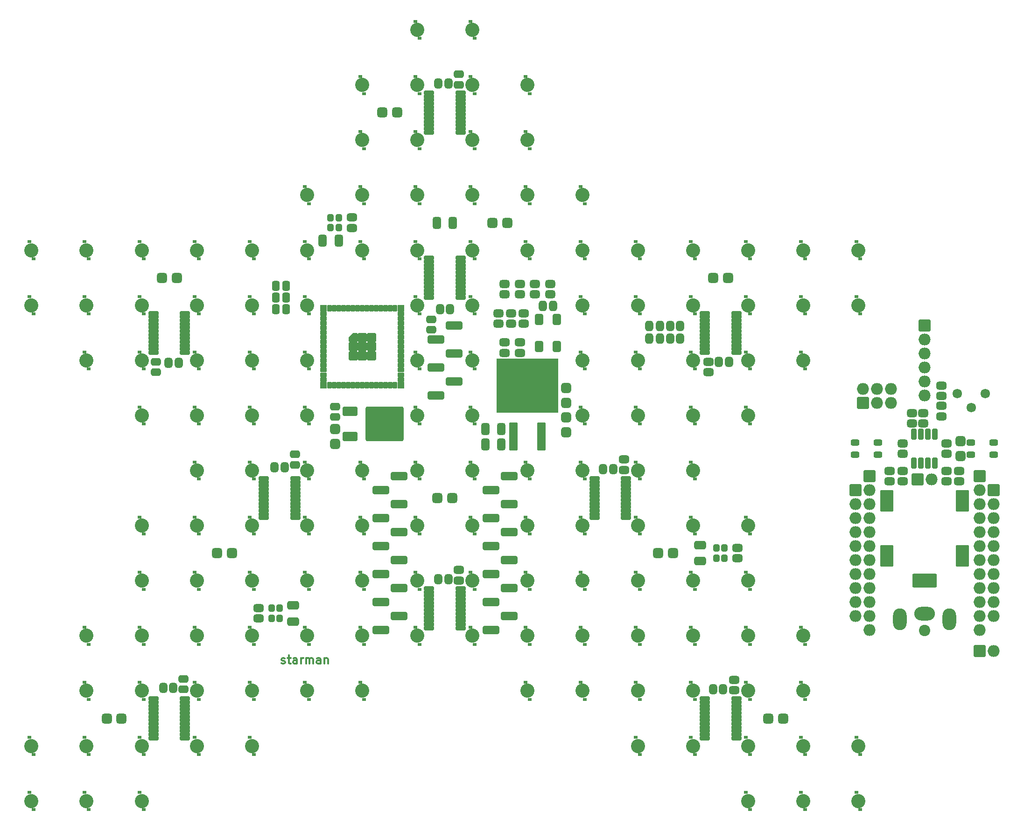
<source format=gbr>
%TF.GenerationSoftware,KiCad,Pcbnew,(6.0.7-1)-1*%
%TF.CreationDate,2022-10-07T15:09:28-06:00*%
%TF.ProjectId,starman,73746172-6d61-46e2-9e6b-696361645f70,rev?*%
%TF.SameCoordinates,Original*%
%TF.FileFunction,Soldermask,Top*%
%TF.FilePolarity,Negative*%
%FSLAX46Y46*%
G04 Gerber Fmt 4.6, Leading zero omitted, Abs format (unit mm)*
G04 Created by KiCad (PCBNEW (6.0.7-1)-1) date 2022-10-07 15:09:28*
%MOMM*%
%LPD*%
G01*
G04 APERTURE LIST*
G04 Aperture macros list*
%AMRoundRect*
0 Rectangle with rounded corners*
0 $1 Rounding radius*
0 $2 $3 $4 $5 $6 $7 $8 $9 X,Y pos of 4 corners*
0 Add a 4 corners polygon primitive as box body*
4,1,4,$2,$3,$4,$5,$6,$7,$8,$9,$2,$3,0*
0 Add four circle primitives for the rounded corners*
1,1,$1+$1,$2,$3*
1,1,$1+$1,$4,$5*
1,1,$1+$1,$6,$7*
1,1,$1+$1,$8,$9*
0 Add four rect primitives between the rounded corners*
20,1,$1+$1,$2,$3,$4,$5,0*
20,1,$1+$1,$4,$5,$6,$7,0*
20,1,$1+$1,$6,$7,$8,$9,0*
20,1,$1+$1,$8,$9,$2,$3,0*%
%AMFreePoly0*
4,1,22,0.693549,0.810115,0.770923,0.753900,0.818743,0.671074,0.830000,0.600000,0.830000,-0.600000,0.810115,-0.693549,0.753900,-0.770923,0.671074,-0.818743,0.600000,-0.830000,-0.600000,-0.830000,-0.693549,-0.810115,-0.770923,-0.753900,-0.818743,-0.671074,-0.830000,-0.600000,-0.830000,0.000000,-0.810115,0.093549,-0.762635,0.162635,-0.162635,0.762635,-0.082425,0.814723,0.000000,0.830000,
0.600000,0.830000,0.693549,0.810115,0.693549,0.810115,$1*%
G04 Aperture macros list end*
%ADD10C,0.300000*%
%ADD11RoundRect,0.473750X-0.243750X-0.456250X0.243750X-0.456250X0.243750X0.456250X-0.243750X0.456250X0*%
%ADD12RoundRect,0.473750X0.456250X-0.243750X0.456250X0.243750X-0.456250X0.243750X-0.456250X-0.243750X0*%
%ADD13RoundRect,0.480000X0.425000X-0.450000X0.425000X0.450000X-0.425000X0.450000X-0.425000X-0.450000X0*%
%ADD14RoundRect,0.480000X-0.425000X0.450000X-0.425000X-0.450000X0.425000X-0.450000X0.425000X0.450000X0*%
%ADD15R,0.800000X0.600000*%
%ADD16C,2.560000*%
%ADD17RoundRect,0.330000X-0.637500X-0.100000X0.637500X-0.100000X0.637500X0.100000X-0.637500X0.100000X0*%
%ADD18RoundRect,0.330000X0.637500X0.100000X-0.637500X0.100000X-0.637500X-0.100000X0.637500X-0.100000X0*%
%ADD19RoundRect,0.480000X0.475000X-0.250000X0.475000X0.250000X-0.475000X0.250000X-0.475000X-0.250000X0*%
%ADD20RoundRect,0.230000X0.400000X-0.200000X0.400000X0.200000X-0.400000X0.200000X-0.400000X-0.200000X0*%
%ADD21RoundRect,0.230000X-0.200000X-0.400000X0.200000X-0.400000X0.200000X0.400000X-0.200000X0.400000X0*%
%ADD22RoundRect,0.230000X-0.600000X-0.600000X0.600000X-0.600000X0.600000X0.600000X-0.600000X0.600000X0*%
%ADD23RoundRect,0.230000X0.400000X0.400000X-0.400000X0.400000X-0.400000X-0.400000X0.400000X-0.400000X0*%
%ADD24FreePoly0,0.000000*%
%ADD25RoundRect,0.230000X-1.255000X-0.500000X1.255000X-0.500000X1.255000X0.500000X-1.255000X0.500000X0*%
%ADD26RoundRect,0.473750X-0.456250X0.243750X-0.456250X-0.243750X0.456250X-0.243750X0.456250X0.243750X0*%
%ADD27RoundRect,0.480000X0.450000X0.425000X-0.450000X0.425000X-0.450000X-0.425000X0.450000X-0.425000X0*%
%ADD28RoundRect,0.430000X0.200000X0.250000X-0.200000X0.250000X-0.200000X-0.250000X0.200000X-0.250000X0*%
%ADD29RoundRect,0.480000X-0.450000X-0.425000X0.450000X-0.425000X0.450000X0.425000X-0.450000X0.425000X0*%
%ADD30C,1.720000*%
%ADD31RoundRect,0.480000X0.450000X-0.262500X0.450000X0.262500X-0.450000X0.262500X-0.450000X-0.262500X0*%
%ADD32RoundRect,0.480000X-0.262500X-0.450000X0.262500X-0.450000X0.262500X0.450000X-0.262500X0.450000X0*%
%ADD33RoundRect,0.480000X0.262500X0.450000X-0.262500X0.450000X-0.262500X-0.450000X0.262500X-0.450000X0*%
%ADD34RoundRect,0.380000X-0.150000X0.675000X-0.150000X-0.675000X0.150000X-0.675000X0.150000X0.675000X0*%
%ADD35RoundRect,0.480000X-0.625000X0.312500X-0.625000X-0.312500X0.625000X-0.312500X0.625000X0.312500X0*%
%ADD36RoundRect,0.480000X-0.475000X0.250000X-0.475000X-0.250000X0.475000X-0.250000X0.475000X0.250000X0*%
%ADD37RoundRect,0.480000X-0.250000X-0.475000X0.250000X-0.475000X0.250000X0.475000X-0.250000X0.475000X0*%
%ADD38RoundRect,0.230000X0.850000X0.850000X-0.850000X0.850000X-0.850000X-0.850000X0.850000X-0.850000X0*%
%ADD39O,2.160000X2.160000*%
%ADD40RoundRect,0.480000X0.250000X0.475000X-0.250000X0.475000X-0.250000X-0.475000X0.250000X-0.475000X0*%
%ADD41RoundRect,0.480000X-0.450000X0.262500X-0.450000X-0.262500X0.450000X-0.262500X0.450000X0.262500X0*%
%ADD42RoundRect,0.430000X-0.200000X-0.250000X0.200000X-0.250000X0.200000X0.250000X-0.200000X0.250000X0*%
%ADD43RoundRect,0.230000X0.525000X0.325000X-0.525000X0.325000X-0.525000X-0.325000X0.525000X-0.325000X0*%
%ADD44RoundRect,0.230000X-1.100000X-0.600000X1.100000X-0.600000X1.100000X0.600000X-1.100000X0.600000X0*%
%ADD45RoundRect,0.230000X-3.200000X-2.900000X3.200000X-2.900000X3.200000X2.900000X-3.200000X2.900000X0*%
%ADD46RoundRect,0.230000X0.850000X-0.850000X0.850000X0.850000X-0.850000X0.850000X-0.850000X-0.850000X0*%
%ADD47C,2.060000*%
%ADD48RoundRect,0.230000X-2.000000X-1.000000X2.000000X-1.000000X2.000000X1.000000X-2.000000X1.000000X0*%
%ADD49O,3.760000X2.460000*%
%ADD50O,2.460000X3.960000*%
%ADD51RoundRect,0.230000X-0.850000X-0.850000X0.850000X-0.850000X0.850000X0.850000X-0.850000X0.850000X0*%
%ADD52RoundRect,0.230000X0.950000X1.750000X-0.950000X1.750000X-0.950000X-1.750000X0.950000X-1.750000X0*%
%ADD53RoundRect,0.480000X0.312500X0.625000X-0.312500X0.625000X-0.312500X-0.625000X0.312500X-0.625000X0*%
%ADD54RoundRect,0.230000X0.550000X-2.300000X0.550000X2.300000X-0.550000X2.300000X-0.550000X-2.300000X0*%
%ADD55RoundRect,0.230000X5.400000X-4.700000X5.400000X4.700000X-5.400000X4.700000X-5.400000X-4.700000X0*%
%ADD56RoundRect,0.480000X0.625000X-0.312500X0.625000X0.312500X-0.625000X0.312500X-0.625000X-0.312500X0*%
%ADD57RoundRect,0.230000X-0.525000X-0.325000X0.525000X-0.325000X0.525000X0.325000X-0.525000X0.325000X0*%
%ADD58RoundRect,0.480000X-0.312500X-0.625000X0.312500X-0.625000X0.312500X0.625000X-0.312500X0.625000X0*%
%ADD59RoundRect,0.230000X-0.500000X0.750000X-0.500000X-0.750000X0.500000X-0.750000X0.500000X0.750000X0*%
G04 APERTURE END LIST*
D10*
X80380714Y-149982142D02*
X80523571Y-150053571D01*
X80809285Y-150053571D01*
X80952142Y-149982142D01*
X81023571Y-149839285D01*
X81023571Y-149767857D01*
X80952142Y-149625000D01*
X80809285Y-149553571D01*
X80595000Y-149553571D01*
X80452142Y-149482142D01*
X80380714Y-149339285D01*
X80380714Y-149267857D01*
X80452142Y-149125000D01*
X80595000Y-149053571D01*
X80809285Y-149053571D01*
X80952142Y-149125000D01*
X81452142Y-149053571D02*
X82023571Y-149053571D01*
X81666428Y-148553571D02*
X81666428Y-149839285D01*
X81737857Y-149982142D01*
X81880714Y-150053571D01*
X82023571Y-150053571D01*
X83166428Y-150053571D02*
X83166428Y-149267857D01*
X83095000Y-149125000D01*
X82952142Y-149053571D01*
X82666428Y-149053571D01*
X82523571Y-149125000D01*
X83166428Y-149982142D02*
X83023571Y-150053571D01*
X82666428Y-150053571D01*
X82523571Y-149982142D01*
X82452142Y-149839285D01*
X82452142Y-149696428D01*
X82523571Y-149553571D01*
X82666428Y-149482142D01*
X83023571Y-149482142D01*
X83166428Y-149410714D01*
X83880714Y-150053571D02*
X83880714Y-149053571D01*
X83880714Y-149339285D02*
X83952142Y-149196428D01*
X84023571Y-149125000D01*
X84166428Y-149053571D01*
X84309285Y-149053571D01*
X84809285Y-150053571D02*
X84809285Y-149053571D01*
X84809285Y-149196428D02*
X84880714Y-149125000D01*
X85023571Y-149053571D01*
X85237857Y-149053571D01*
X85380714Y-149125000D01*
X85452142Y-149267857D01*
X85452142Y-150053571D01*
X85452142Y-149267857D02*
X85523571Y-149125000D01*
X85666428Y-149053571D01*
X85880714Y-149053571D01*
X86023571Y-149125000D01*
X86095000Y-149267857D01*
X86095000Y-150053571D01*
X87452142Y-150053571D02*
X87452142Y-149267857D01*
X87380714Y-149125000D01*
X87237857Y-149053571D01*
X86952142Y-149053571D01*
X86809285Y-149125000D01*
X87452142Y-149982142D02*
X87309285Y-150053571D01*
X86952142Y-150053571D01*
X86809285Y-149982142D01*
X86737857Y-149839285D01*
X86737857Y-149696428D01*
X86809285Y-149553571D01*
X86952142Y-149482142D01*
X87309285Y-149482142D01*
X87452142Y-149410714D01*
X88166428Y-149053571D02*
X88166428Y-150053571D01*
X88166428Y-149196428D02*
X88237857Y-149125000D01*
X88380714Y-149053571D01*
X88595000Y-149053571D01*
X88737857Y-149125000D01*
X88809285Y-149267857D01*
X88809285Y-150053571D01*
D11*
%TO.C,C2*%
X79337500Y-83600000D03*
X81212500Y-83600000D03*
%TD*%
%TO.C,C3*%
X79337500Y-85700000D03*
X81212500Y-85700000D03*
%TD*%
D12*
%TO.C,C4*%
X90100000Y-105275000D03*
X90100000Y-103400000D03*
%TD*%
D13*
%TO.C,C5*%
X90100000Y-110200000D03*
X90100000Y-107500000D03*
%TD*%
%TO.C,C6*%
X132000000Y-108075000D03*
X132000000Y-105375000D03*
%TD*%
D14*
%TO.C,C7*%
X132000000Y-100050000D03*
X132000000Y-102750000D03*
%TD*%
D15*
%TO.C,D1*%
X104625000Y-33450000D03*
X105375000Y-36550000D03*
D16*
X105000000Y-35000000D03*
%TD*%
D15*
%TO.C,D2*%
X114625000Y-33450000D03*
D16*
X115000000Y-35000000D03*
D15*
X115375000Y-36550000D03*
%TD*%
D16*
%TO.C,D3*%
X95000000Y-45000000D03*
D15*
X94625000Y-43450000D03*
X95375000Y-46550000D03*
%TD*%
%TO.C,D4*%
X104625000Y-43450000D03*
D16*
X105000000Y-45000000D03*
D15*
X105375000Y-46550000D03*
%TD*%
%TO.C,D5*%
X114625000Y-43450000D03*
X115375000Y-46550000D03*
D16*
X115000000Y-45000000D03*
%TD*%
D15*
%TO.C,D6*%
X125375000Y-46550000D03*
D16*
X125000000Y-45000000D03*
D15*
X124625000Y-43450000D03*
%TD*%
D16*
%TO.C,D8*%
X105000000Y-55000000D03*
D15*
X104625000Y-53450000D03*
X105375000Y-56550000D03*
%TD*%
%TO.C,D9*%
X114625000Y-53450000D03*
D16*
X115000000Y-55000000D03*
D15*
X115375000Y-56550000D03*
%TD*%
%TO.C,D10*%
X124625000Y-53450000D03*
D16*
X125000000Y-55000000D03*
D15*
X125375000Y-56550000D03*
%TD*%
%TO.C,D11*%
X85375000Y-66550000D03*
X84625000Y-63450000D03*
D16*
X85000000Y-65000000D03*
%TD*%
D15*
%TO.C,D12*%
X94625000Y-63450000D03*
X95375000Y-66550000D03*
D16*
X95000000Y-65000000D03*
%TD*%
D15*
%TO.C,D14*%
X114625000Y-63450000D03*
X115375000Y-66550000D03*
D16*
X115000000Y-65000000D03*
%TD*%
D15*
%TO.C,D15*%
X125375000Y-66550000D03*
D16*
X125000000Y-65000000D03*
D15*
X124625000Y-63450000D03*
%TD*%
D16*
%TO.C,D16*%
X135000000Y-65000000D03*
D15*
X134625000Y-63450000D03*
X135375000Y-66550000D03*
%TD*%
%TO.C,D17*%
X34625000Y-73450000D03*
D16*
X35000000Y-75000000D03*
D15*
X35375000Y-76550000D03*
%TD*%
D16*
%TO.C,D18*%
X45000000Y-75000000D03*
D15*
X45375000Y-76550000D03*
X44625000Y-73450000D03*
%TD*%
D16*
%TO.C,D19*%
X55000000Y-75000000D03*
D15*
X55375000Y-76550000D03*
X54625000Y-73450000D03*
%TD*%
D16*
%TO.C,D20*%
X65000000Y-75000000D03*
D15*
X64625000Y-73450000D03*
X65375000Y-76550000D03*
%TD*%
%TO.C,D21*%
X75375000Y-76550000D03*
D16*
X75000000Y-75000000D03*
D15*
X74625000Y-73450000D03*
%TD*%
%TO.C,D22*%
X84625000Y-73450000D03*
X85375000Y-76550000D03*
D16*
X85000000Y-75000000D03*
%TD*%
D15*
%TO.C,D23*%
X94625000Y-73450000D03*
D16*
X95000000Y-75000000D03*
D15*
X95375000Y-76550000D03*
%TD*%
%TO.C,D25*%
X115375000Y-76550000D03*
D16*
X115000000Y-75000000D03*
D15*
X114625000Y-73450000D03*
%TD*%
%TO.C,D26*%
X124625000Y-73450000D03*
X125375000Y-76550000D03*
D16*
X125000000Y-75000000D03*
%TD*%
D15*
%TO.C,D27*%
X135375000Y-76550000D03*
X134625000Y-73450000D03*
D16*
X135000000Y-75000000D03*
%TD*%
%TO.C,D28*%
X145000000Y-75000000D03*
D15*
X144625000Y-73450000D03*
X145375000Y-76550000D03*
%TD*%
D16*
%TO.C,D29*%
X155000000Y-75000000D03*
D15*
X155375000Y-76550000D03*
X154625000Y-73450000D03*
%TD*%
D16*
%TO.C,D30*%
X165000000Y-75000000D03*
D15*
X164625000Y-73450000D03*
X165375000Y-76550000D03*
%TD*%
%TO.C,D31*%
X175375000Y-76550000D03*
D16*
X175000000Y-75000000D03*
D15*
X174625000Y-73450000D03*
%TD*%
%TO.C,D32*%
X185375000Y-76550000D03*
D16*
X185000000Y-75000000D03*
D15*
X184625000Y-73450000D03*
%TD*%
%TO.C,D33*%
X34625000Y-83450000D03*
D16*
X35000000Y-85000000D03*
D15*
X35375000Y-86550000D03*
%TD*%
D16*
%TO.C,D34*%
X45000000Y-85000000D03*
D15*
X45375000Y-86550000D03*
X44625000Y-83450000D03*
%TD*%
%TO.C,D36*%
X64625000Y-83450000D03*
D16*
X65000000Y-85000000D03*
D15*
X65375000Y-86550000D03*
%TD*%
%TO.C,D37*%
X74625000Y-83450000D03*
D16*
X75000000Y-85000000D03*
D15*
X75375000Y-86550000D03*
%TD*%
%TO.C,D39*%
X105375000Y-86550000D03*
X104625000Y-83450000D03*
D16*
X105000000Y-85000000D03*
%TD*%
D15*
%TO.C,D40*%
X114625000Y-83450000D03*
X115375000Y-86550000D03*
D16*
X115000000Y-85000000D03*
%TD*%
D15*
%TO.C,D41*%
X134625000Y-83450000D03*
X135375000Y-86550000D03*
D16*
X135000000Y-85000000D03*
%TD*%
D15*
%TO.C,D42*%
X144625000Y-83450000D03*
X145375000Y-86550000D03*
D16*
X145000000Y-85000000D03*
%TD*%
%TO.C,D43*%
X155000000Y-85000000D03*
D15*
X154625000Y-83450000D03*
X155375000Y-86550000D03*
%TD*%
D16*
%TO.C,D44*%
X165000000Y-85000000D03*
D15*
X165375000Y-86550000D03*
X164625000Y-83450000D03*
%TD*%
%TO.C,D45*%
X175375000Y-86550000D03*
D16*
X175000000Y-85000000D03*
D15*
X174625000Y-83450000D03*
%TD*%
%TO.C,D46*%
X184625000Y-83450000D03*
D16*
X185000000Y-85000000D03*
D15*
X185375000Y-86550000D03*
%TD*%
%TO.C,D47*%
X44625000Y-93450000D03*
X45375000Y-96550000D03*
D16*
X45000000Y-95000000D03*
%TD*%
D15*
%TO.C,D48*%
X54625000Y-93450000D03*
X55375000Y-96550000D03*
D16*
X55000000Y-95000000D03*
%TD*%
%TO.C,D49*%
X65000000Y-95000000D03*
D15*
X64625000Y-93450000D03*
X65375000Y-96550000D03*
%TD*%
%TO.C,D50*%
X75375000Y-96550000D03*
X74625000Y-93450000D03*
D16*
X75000000Y-95000000D03*
%TD*%
D15*
%TO.C,D51*%
X84625000Y-93450000D03*
D16*
X85000000Y-95000000D03*
D15*
X85375000Y-96550000D03*
%TD*%
D16*
%TO.C,D52*%
X105000000Y-95000000D03*
D15*
X104625000Y-93450000D03*
X105375000Y-96550000D03*
%TD*%
%TO.C,D53*%
X114625000Y-93450000D03*
D16*
X115000000Y-95000000D03*
D15*
X115375000Y-96550000D03*
%TD*%
D16*
%TO.C,D54*%
X135000000Y-95000000D03*
D15*
X135375000Y-96550000D03*
X134625000Y-93450000D03*
%TD*%
D16*
%TO.C,D55*%
X145000000Y-95000000D03*
D15*
X145375000Y-96550000D03*
X144625000Y-93450000D03*
%TD*%
D16*
%TO.C,D56*%
X155000000Y-95000000D03*
D15*
X155375000Y-96550000D03*
X154625000Y-93450000D03*
%TD*%
%TO.C,D57*%
X165375000Y-96550000D03*
D16*
X165000000Y-95000000D03*
D15*
X164625000Y-93450000D03*
%TD*%
%TO.C,D58*%
X174625000Y-93450000D03*
X175375000Y-96550000D03*
D16*
X175000000Y-95000000D03*
%TD*%
%TO.C,D59*%
X55000000Y-105000000D03*
D15*
X54625000Y-103450000D03*
X55375000Y-106550000D03*
%TD*%
D16*
%TO.C,D60*%
X65000000Y-105000000D03*
D15*
X65375000Y-106550000D03*
X64625000Y-103450000D03*
%TD*%
%TO.C,D61*%
X74625000Y-103450000D03*
D16*
X75000000Y-105000000D03*
D15*
X75375000Y-106550000D03*
%TD*%
%TO.C,D62*%
X84625000Y-103450000D03*
D16*
X85000000Y-105000000D03*
D15*
X85375000Y-106550000D03*
%TD*%
%TO.C,D64*%
X114625000Y-103450000D03*
D16*
X115000000Y-105000000D03*
D15*
X115375000Y-106550000D03*
%TD*%
%TO.C,D65*%
X134625000Y-103450000D03*
D16*
X135000000Y-105000000D03*
D15*
X135375000Y-106550000D03*
%TD*%
%TO.C,D69*%
X65375000Y-116550000D03*
X64625000Y-113450000D03*
D16*
X65000000Y-115000000D03*
%TD*%
D15*
%TO.C,D70*%
X74625000Y-113450000D03*
X75375000Y-116550000D03*
D16*
X75000000Y-115000000D03*
%TD*%
D15*
%TO.C,D71*%
X84625000Y-113450000D03*
D16*
X85000000Y-115000000D03*
D15*
X85375000Y-116550000D03*
%TD*%
%TO.C,D72*%
X94625000Y-113450000D03*
X95375000Y-116550000D03*
D16*
X95000000Y-115000000D03*
%TD*%
D15*
%TO.C,D73*%
X105375000Y-116550000D03*
X104625000Y-113450000D03*
D16*
X105000000Y-115000000D03*
%TD*%
D15*
%TO.C,D74*%
X114625000Y-113450000D03*
X115375000Y-116550000D03*
D16*
X115000000Y-115000000D03*
%TD*%
D15*
%TO.C,D75*%
X124625000Y-113450000D03*
D16*
X125000000Y-115000000D03*
D15*
X125375000Y-116550000D03*
%TD*%
D16*
%TO.C,D76*%
X135000000Y-115000000D03*
D15*
X135375000Y-116550000D03*
X134625000Y-113450000D03*
%TD*%
D16*
%TO.C,D77*%
X145000000Y-115000000D03*
D15*
X145375000Y-116550000D03*
X144625000Y-113450000D03*
%TD*%
%TO.C,D78*%
X154625000Y-113450000D03*
X155375000Y-116550000D03*
D16*
X155000000Y-115000000D03*
%TD*%
D15*
%TO.C,D79*%
X55375000Y-126550000D03*
X54625000Y-123450000D03*
D16*
X55000000Y-125000000D03*
%TD*%
D15*
%TO.C,D85*%
X115375000Y-126550000D03*
D16*
X115000000Y-125000000D03*
D15*
X114625000Y-123450000D03*
%TD*%
D16*
%TO.C,D86*%
X125000000Y-125000000D03*
D15*
X125375000Y-126550000D03*
X124625000Y-123450000D03*
%TD*%
%TO.C,D87*%
X134625000Y-123450000D03*
X135375000Y-126550000D03*
D16*
X135000000Y-125000000D03*
%TD*%
%TO.C,D88*%
X145000000Y-125000000D03*
D15*
X144625000Y-123450000D03*
X145375000Y-126550000D03*
%TD*%
%TO.C,D89*%
X155375000Y-126550000D03*
D16*
X155000000Y-125000000D03*
D15*
X154625000Y-123450000D03*
%TD*%
D17*
%TO.C,U8*%
X157137500Y-156425000D03*
X157137500Y-157075000D03*
X157137500Y-157725000D03*
X157137500Y-158375000D03*
X157137500Y-159025000D03*
X157137500Y-159675000D03*
X157137500Y-160325000D03*
X157137500Y-160975000D03*
X157137500Y-161625000D03*
X157137500Y-162275000D03*
X157137500Y-162925000D03*
X157137500Y-163575000D03*
X162862500Y-163575000D03*
X162862500Y-162925000D03*
X162862500Y-162275000D03*
X162862500Y-161625000D03*
X162862500Y-160975000D03*
X162862500Y-160325000D03*
X162862500Y-159675000D03*
X162862500Y-159025000D03*
X162862500Y-158375000D03*
X162862500Y-157725000D03*
X162862500Y-157075000D03*
X162862500Y-156425000D03*
%TD*%
%TO.C,U9*%
X137137500Y-116425000D03*
X137137500Y-117075000D03*
X137137500Y-117725000D03*
X137137500Y-118375000D03*
X137137500Y-119025000D03*
X137137500Y-119675000D03*
X137137500Y-120325000D03*
X137137500Y-120975000D03*
X137137500Y-121625000D03*
X137137500Y-122275000D03*
X137137500Y-122925000D03*
X137137500Y-123575000D03*
X142862500Y-123575000D03*
X142862500Y-122925000D03*
X142862500Y-122275000D03*
X142862500Y-121625000D03*
X142862500Y-120975000D03*
X142862500Y-120325000D03*
X142862500Y-119675000D03*
X142862500Y-119025000D03*
X142862500Y-118375000D03*
X142862500Y-117725000D03*
X142862500Y-117075000D03*
X142862500Y-116425000D03*
%TD*%
D15*
%TO.C,D24*%
X105375000Y-76550000D03*
X104625000Y-73450000D03*
D16*
X105000000Y-75000000D03*
%TD*%
%TO.C,D35*%
X55000000Y-85000000D03*
D15*
X54625000Y-83450000D03*
X55375000Y-86550000D03*
%TD*%
%TO.C,D90*%
X165375000Y-126550000D03*
X164625000Y-123450000D03*
D16*
X165000000Y-125000000D03*
%TD*%
D15*
%TO.C,D91*%
X54625000Y-133450000D03*
X55375000Y-136550000D03*
D16*
X55000000Y-135000000D03*
%TD*%
%TO.C,D92*%
X65000000Y-135000000D03*
D15*
X64625000Y-133450000D03*
X65375000Y-136550000D03*
%TD*%
%TO.C,D93*%
X74625000Y-133450000D03*
D16*
X75000000Y-135000000D03*
D15*
X75375000Y-136550000D03*
%TD*%
D16*
%TO.C,D94*%
X85000000Y-135000000D03*
D15*
X85375000Y-136550000D03*
X84625000Y-133450000D03*
%TD*%
D16*
%TO.C,D95*%
X95000000Y-135000000D03*
D15*
X95375000Y-136550000D03*
X94625000Y-133450000D03*
%TD*%
%TO.C,D96*%
X104625000Y-133450000D03*
D16*
X105000000Y-135000000D03*
D15*
X105375000Y-136550000D03*
%TD*%
%TO.C,D97*%
X114625000Y-133450000D03*
D16*
X115000000Y-135000000D03*
D15*
X115375000Y-136550000D03*
%TD*%
D16*
%TO.C,D98*%
X125000000Y-135000000D03*
D15*
X124625000Y-133450000D03*
X125375000Y-136550000D03*
%TD*%
%TO.C,D99*%
X134625000Y-133450000D03*
D16*
X135000000Y-135000000D03*
D15*
X135375000Y-136550000D03*
%TD*%
%TO.C,D100*%
X145375000Y-136550000D03*
D16*
X145000000Y-135000000D03*
D15*
X144625000Y-133450000D03*
%TD*%
%TO.C,D101*%
X155375000Y-136550000D03*
X154625000Y-133450000D03*
D16*
X155000000Y-135000000D03*
%TD*%
D15*
%TO.C,D102*%
X164625000Y-133450000D03*
X165375000Y-136550000D03*
D16*
X165000000Y-135000000D03*
%TD*%
D15*
%TO.C,D103*%
X45375000Y-146550000D03*
X44625000Y-143450000D03*
D16*
X45000000Y-145000000D03*
%TD*%
D15*
%TO.C,D104*%
X55375000Y-146550000D03*
X54625000Y-143450000D03*
D16*
X55000000Y-145000000D03*
%TD*%
%TO.C,D106*%
X75000000Y-145000000D03*
D15*
X74625000Y-143450000D03*
X75375000Y-146550000D03*
%TD*%
%TO.C,D107*%
X85375000Y-146550000D03*
X84625000Y-143450000D03*
D16*
X85000000Y-145000000D03*
%TD*%
D15*
%TO.C,D108*%
X95375000Y-146550000D03*
D16*
X95000000Y-145000000D03*
D15*
X94625000Y-143450000D03*
%TD*%
%TO.C,D109*%
X104625000Y-143450000D03*
D16*
X105000000Y-145000000D03*
D15*
X105375000Y-146550000D03*
%TD*%
%TO.C,D110*%
X115375000Y-146550000D03*
D16*
X115000000Y-145000000D03*
D15*
X114625000Y-143450000D03*
%TD*%
%TO.C,D111*%
X125375000Y-146550000D03*
X124625000Y-143450000D03*
D16*
X125000000Y-145000000D03*
%TD*%
D15*
%TO.C,D112*%
X135375000Y-146550000D03*
D16*
X135000000Y-145000000D03*
D15*
X134625000Y-143450000D03*
%TD*%
D16*
%TO.C,D113*%
X145000000Y-145000000D03*
D15*
X145375000Y-146550000D03*
X144625000Y-143450000D03*
%TD*%
%TO.C,D114*%
X154625000Y-143450000D03*
X155375000Y-146550000D03*
D16*
X155000000Y-145000000D03*
%TD*%
D15*
%TO.C,D115*%
X164625000Y-143450000D03*
D16*
X165000000Y-145000000D03*
D15*
X165375000Y-146550000D03*
%TD*%
%TO.C,D116*%
X174625000Y-143450000D03*
X175375000Y-146550000D03*
D16*
X175000000Y-145000000D03*
%TD*%
D15*
%TO.C,D117*%
X45375000Y-156550000D03*
D16*
X45000000Y-155000000D03*
D15*
X44625000Y-153450000D03*
%TD*%
D16*
%TO.C,D118*%
X55000000Y-155000000D03*
D15*
X55375000Y-156550000D03*
X54625000Y-153450000D03*
%TD*%
D16*
%TO.C,D119*%
X65000000Y-155000000D03*
D15*
X64625000Y-153450000D03*
X65375000Y-156550000D03*
%TD*%
%TO.C,D120*%
X75375000Y-156550000D03*
D16*
X75000000Y-155000000D03*
D15*
X74625000Y-153450000D03*
%TD*%
%TO.C,D121*%
X85375000Y-156550000D03*
D16*
X85000000Y-155000000D03*
D15*
X84625000Y-153450000D03*
%TD*%
%TO.C,D122*%
X95375000Y-156550000D03*
X94625000Y-153450000D03*
D16*
X95000000Y-155000000D03*
%TD*%
%TO.C,D123*%
X125000000Y-155000000D03*
D15*
X125375000Y-156550000D03*
X124625000Y-153450000D03*
%TD*%
D16*
%TO.C,D124*%
X135000000Y-155000000D03*
D15*
X135375000Y-156550000D03*
X134625000Y-153450000D03*
%TD*%
D16*
%TO.C,D125*%
X145000000Y-155000000D03*
D15*
X144625000Y-153450000D03*
X145375000Y-156550000D03*
%TD*%
%TO.C,D127*%
X164625000Y-153450000D03*
X165375000Y-156550000D03*
D16*
X165000000Y-155000000D03*
%TD*%
D15*
%TO.C,D128*%
X175375000Y-156550000D03*
D16*
X175000000Y-155000000D03*
D15*
X174625000Y-153450000D03*
%TD*%
D16*
%TO.C,D129*%
X35000000Y-165000000D03*
D15*
X34625000Y-163450000D03*
X35375000Y-166550000D03*
%TD*%
%TO.C,D130*%
X45375000Y-166550000D03*
X44625000Y-163450000D03*
D16*
X45000000Y-165000000D03*
%TD*%
%TO.C,D131*%
X55000000Y-165000000D03*
D15*
X54625000Y-163450000D03*
X55375000Y-166550000D03*
%TD*%
%TO.C,D132*%
X65375000Y-166550000D03*
X64625000Y-163450000D03*
D16*
X65000000Y-165000000D03*
%TD*%
D15*
%TO.C,D133*%
X74625000Y-163450000D03*
X75375000Y-166550000D03*
D16*
X75000000Y-165000000D03*
%TD*%
D15*
%TO.C,D134*%
X145375000Y-166550000D03*
D16*
X145000000Y-165000000D03*
D15*
X144625000Y-163450000D03*
%TD*%
D16*
%TO.C,D135*%
X155000000Y-165000000D03*
D15*
X155375000Y-166550000D03*
X154625000Y-163450000D03*
%TD*%
%TO.C,D136*%
X165375000Y-166550000D03*
X164625000Y-163450000D03*
D16*
X165000000Y-165000000D03*
%TD*%
D15*
%TO.C,D137*%
X175375000Y-166550000D03*
X174625000Y-163450000D03*
D16*
X175000000Y-165000000D03*
%TD*%
D15*
%TO.C,D138*%
X185375000Y-166550000D03*
X184625000Y-163450000D03*
D16*
X185000000Y-165000000D03*
%TD*%
D17*
%TO.C,U5*%
X77137500Y-116425000D03*
X77137500Y-117075000D03*
X77137500Y-117725000D03*
X77137500Y-118375000D03*
X77137500Y-119025000D03*
X77137500Y-119675000D03*
X77137500Y-120325000D03*
X77137500Y-120975000D03*
X77137500Y-121625000D03*
X77137500Y-122275000D03*
X77137500Y-122925000D03*
X77137500Y-123575000D03*
X82862500Y-123575000D03*
X82862500Y-122925000D03*
X82862500Y-122275000D03*
X82862500Y-121625000D03*
X82862500Y-120975000D03*
X82862500Y-120325000D03*
X82862500Y-119675000D03*
X82862500Y-119025000D03*
X82862500Y-118375000D03*
X82862500Y-117725000D03*
X82862500Y-117075000D03*
X82862500Y-116425000D03*
%TD*%
%TO.C,U3*%
X107137500Y-46425000D03*
X107137500Y-47075000D03*
X107137500Y-47725000D03*
X107137500Y-48375000D03*
X107137500Y-49025000D03*
X107137500Y-49675000D03*
X107137500Y-50325000D03*
X107137500Y-50975000D03*
X107137500Y-51625000D03*
X107137500Y-52275000D03*
X107137500Y-52925000D03*
X107137500Y-53575000D03*
X112862500Y-53575000D03*
X112862500Y-52925000D03*
X112862500Y-52275000D03*
X112862500Y-51625000D03*
X112862500Y-50975000D03*
X112862500Y-50325000D03*
X112862500Y-49675000D03*
X112862500Y-49025000D03*
X112862500Y-48375000D03*
X112862500Y-47725000D03*
X112862500Y-47075000D03*
X112862500Y-46425000D03*
%TD*%
D18*
%TO.C,U2*%
X112862500Y-83575000D03*
X112862500Y-82925000D03*
X112862500Y-82275000D03*
X112862500Y-81625000D03*
X112862500Y-80975000D03*
X112862500Y-80325000D03*
X112862500Y-79675000D03*
X112862500Y-79025000D03*
X112862500Y-78375000D03*
X112862500Y-77725000D03*
X112862500Y-77075000D03*
X112862500Y-76425000D03*
X107137500Y-76425000D03*
X107137500Y-77075000D03*
X107137500Y-77725000D03*
X107137500Y-78375000D03*
X107137500Y-79025000D03*
X107137500Y-79675000D03*
X107137500Y-80325000D03*
X107137500Y-80975000D03*
X107137500Y-81625000D03*
X107137500Y-82275000D03*
X107137500Y-82925000D03*
X107137500Y-83575000D03*
%TD*%
%TO.C,U4*%
X62862500Y-93575000D03*
X62862500Y-92925000D03*
X62862500Y-92275000D03*
X62862500Y-91625000D03*
X62862500Y-90975000D03*
X62862500Y-90325000D03*
X62862500Y-89675000D03*
X62862500Y-89025000D03*
X62862500Y-88375000D03*
X62862500Y-87725000D03*
X62862500Y-87075000D03*
X62862500Y-86425000D03*
X57137500Y-86425000D03*
X57137500Y-87075000D03*
X57137500Y-87725000D03*
X57137500Y-88375000D03*
X57137500Y-89025000D03*
X57137500Y-89675000D03*
X57137500Y-90325000D03*
X57137500Y-90975000D03*
X57137500Y-91625000D03*
X57137500Y-92275000D03*
X57137500Y-92925000D03*
X57137500Y-93575000D03*
%TD*%
D15*
%TO.C,D63*%
X104625000Y-103450000D03*
X105375000Y-106550000D03*
D16*
X105000000Y-105000000D03*
%TD*%
%TO.C,D80*%
X65000000Y-125000000D03*
D15*
X65375000Y-126550000D03*
X64625000Y-123450000D03*
%TD*%
%TO.C,D81*%
X75375000Y-126550000D03*
X74625000Y-123450000D03*
D16*
X75000000Y-125000000D03*
%TD*%
D15*
%TO.C,D82*%
X84625000Y-123450000D03*
D16*
X85000000Y-125000000D03*
D15*
X85375000Y-126550000D03*
%TD*%
%TO.C,D83*%
X94625000Y-123450000D03*
D16*
X95000000Y-125000000D03*
D15*
X95375000Y-126550000D03*
%TD*%
%TO.C,D84*%
X105375000Y-126550000D03*
X104625000Y-123450000D03*
D16*
X105000000Y-125000000D03*
%TD*%
D15*
%TO.C,D66*%
X144625000Y-103450000D03*
X145375000Y-106550000D03*
D16*
X145000000Y-105000000D03*
%TD*%
D15*
%TO.C,D67*%
X155375000Y-106550000D03*
X154625000Y-103450000D03*
D16*
X155000000Y-105000000D03*
%TD*%
D15*
%TO.C,D68*%
X164625000Y-103450000D03*
D16*
X165000000Y-105000000D03*
D15*
X165375000Y-106550000D03*
%TD*%
%TO.C,D139*%
X34625000Y-173450000D03*
X35375000Y-176550000D03*
D16*
X35000000Y-175000000D03*
%TD*%
%TO.C,D140*%
X45000000Y-175000000D03*
D15*
X44625000Y-173450000D03*
X45375000Y-176550000D03*
%TD*%
%TO.C,D141*%
X54625000Y-173450000D03*
D16*
X55000000Y-175000000D03*
D15*
X55375000Y-176550000D03*
%TD*%
%TO.C,D142*%
X165375000Y-176550000D03*
X164625000Y-173450000D03*
D16*
X165000000Y-175000000D03*
%TD*%
D15*
%TO.C,D143*%
X175375000Y-176550000D03*
X174625000Y-173450000D03*
D16*
X175000000Y-175000000D03*
%TD*%
D15*
%TO.C,D144*%
X185375000Y-176550000D03*
X184625000Y-173450000D03*
D16*
X185000000Y-175000000D03*
%TD*%
D15*
%TO.C,D38*%
X85375000Y-86550000D03*
X84625000Y-83450000D03*
D16*
X85000000Y-85000000D03*
%TD*%
%TO.C,D7*%
X95000000Y-55000000D03*
D15*
X95375000Y-56550000D03*
X94625000Y-53450000D03*
%TD*%
D16*
%TO.C,D13*%
X105000000Y-65000000D03*
D15*
X105375000Y-66550000D03*
X104625000Y-63450000D03*
%TD*%
D17*
%TO.C,U7*%
X107137500Y-136425000D03*
X107137500Y-137075000D03*
X107137500Y-137725000D03*
X107137500Y-138375000D03*
X107137500Y-139025000D03*
X107137500Y-139675000D03*
X107137500Y-140325000D03*
X107137500Y-140975000D03*
X107137500Y-141625000D03*
X107137500Y-142275000D03*
X107137500Y-142925000D03*
X107137500Y-143575000D03*
X112862500Y-143575000D03*
X112862500Y-142925000D03*
X112862500Y-142275000D03*
X112862500Y-141625000D03*
X112862500Y-140975000D03*
X112862500Y-140325000D03*
X112862500Y-139675000D03*
X112862500Y-139025000D03*
X112862500Y-138375000D03*
X112862500Y-137725000D03*
X112862500Y-137075000D03*
X112862500Y-136425000D03*
%TD*%
D15*
%TO.C,D126*%
X155375000Y-156550000D03*
X154625000Y-153450000D03*
D16*
X155000000Y-155000000D03*
%TD*%
D12*
%TO.C,C11*%
X82800000Y-113937500D03*
X82800000Y-112062500D03*
%TD*%
%TO.C,C9*%
X112500000Y-44937500D03*
X112500000Y-43062500D03*
%TD*%
D19*
%TO.C,C13*%
X112500000Y-134950000D03*
X112500000Y-133050000D03*
%TD*%
D20*
%TO.C,U1*%
X88000000Y-86550000D03*
X88000000Y-87400000D03*
X88000000Y-88250000D03*
X88000000Y-89100000D03*
X88000000Y-89950000D03*
X88000000Y-90800000D03*
X88000000Y-91650000D03*
X88000000Y-92500000D03*
X88000000Y-93350000D03*
X88000000Y-94200000D03*
X88000000Y-95050000D03*
X88000000Y-95900000D03*
X88000000Y-96750000D03*
X88000000Y-97600000D03*
X88000000Y-98450000D03*
D21*
X89050000Y-99500000D03*
X89900000Y-99500000D03*
X90750000Y-99500000D03*
X91600000Y-99500000D03*
X92450000Y-99500000D03*
X93300000Y-99500000D03*
X94150000Y-99500000D03*
X95000000Y-99500000D03*
X95850000Y-99500000D03*
X96700000Y-99500000D03*
X97550000Y-99500000D03*
X98400000Y-99500000D03*
X99250000Y-99500000D03*
X100100000Y-99500000D03*
X100950000Y-99500000D03*
D20*
X102000000Y-98450000D03*
X102000000Y-97600000D03*
X102000000Y-96750000D03*
X102000000Y-95900000D03*
X102000000Y-95050000D03*
X102000000Y-94200000D03*
X102000000Y-93350000D03*
X102000000Y-92500000D03*
X102000000Y-91650000D03*
X102000000Y-90800000D03*
X102000000Y-89950000D03*
X102000000Y-89100000D03*
X102000000Y-88250000D03*
X102000000Y-87400000D03*
X102000000Y-86550000D03*
D21*
X97550000Y-85500000D03*
D22*
X96650000Y-92500000D03*
D21*
X94150000Y-85500000D03*
X98400000Y-85500000D03*
D23*
X102000000Y-99500000D03*
D21*
X96700000Y-85500000D03*
X89900000Y-85500000D03*
D23*
X88000000Y-85500000D03*
D21*
X92450000Y-85500000D03*
D22*
X95000000Y-90850000D03*
X93350000Y-92500000D03*
X96650000Y-94150000D03*
D24*
X93350000Y-90850000D03*
D21*
X95850000Y-85500000D03*
X91600000Y-85500000D03*
D23*
X102000000Y-85500000D03*
D21*
X89050000Y-85500000D03*
D23*
X88000000Y-99500000D03*
D22*
X95000000Y-94150000D03*
D21*
X93300000Y-85500000D03*
D22*
X93350000Y-94150000D03*
X96650000Y-90850000D03*
D21*
X99250000Y-85500000D03*
X100100000Y-85500000D03*
X100950000Y-85500000D03*
X90750000Y-85500000D03*
X95000000Y-85500000D03*
D22*
X95000000Y-92500000D03*
%TD*%
D17*
%TO.C,U6*%
X57137500Y-156425000D03*
X57137500Y-157075000D03*
X57137500Y-157725000D03*
X57137500Y-158375000D03*
X57137500Y-159025000D03*
X57137500Y-159675000D03*
X57137500Y-160325000D03*
X57137500Y-160975000D03*
X57137500Y-161625000D03*
X57137500Y-162275000D03*
X57137500Y-162925000D03*
X57137500Y-163575000D03*
X62862500Y-163575000D03*
X62862500Y-162925000D03*
X62862500Y-162275000D03*
X62862500Y-161625000D03*
X62862500Y-160975000D03*
X62862500Y-160325000D03*
X62862500Y-159675000D03*
X62862500Y-159025000D03*
X62862500Y-158375000D03*
X62862500Y-157725000D03*
X62862500Y-157075000D03*
X62862500Y-156425000D03*
%TD*%
D16*
%TO.C,D105*%
X65000000Y-145000000D03*
D15*
X64625000Y-143450000D03*
X65375000Y-146550000D03*
%TD*%
D11*
%TO.C,C1*%
X79337500Y-81500000D03*
X81212500Y-81500000D03*
%TD*%
D25*
%TO.C,J1*%
X121655000Y-116030000D03*
X118345000Y-118570000D03*
X121655000Y-121110000D03*
X118345000Y-123650000D03*
X121655000Y-126190000D03*
X118345000Y-128730000D03*
X121655000Y-131270000D03*
X118345000Y-133810000D03*
X121655000Y-136350000D03*
X118345000Y-138890000D03*
X121655000Y-141430000D03*
X118345000Y-143970000D03*
%TD*%
%TO.C,J2*%
X111655000Y-88650000D03*
X108345000Y-91190000D03*
X111655000Y-93730000D03*
X108345000Y-96270000D03*
X111655000Y-98810000D03*
X108345000Y-101350000D03*
%TD*%
D26*
%TO.C,C8*%
X107525000Y-87587500D03*
X107525000Y-89462500D03*
%TD*%
%TO.C,C10*%
X57600000Y-95262500D03*
X57600000Y-97137500D03*
%TD*%
D12*
%TO.C,C12*%
X62600000Y-154687500D03*
X62600000Y-152812500D03*
%TD*%
D27*
%TO.C,C22*%
X121350000Y-70000000D03*
X118650000Y-70000000D03*
%TD*%
D28*
%TO.C,X1*%
X90725000Y-70925000D03*
X90725000Y-69075000D03*
X89275000Y-69075000D03*
X89275000Y-70925000D03*
%TD*%
D29*
%TO.C,C25*%
X48650000Y-160000000D03*
X51350000Y-160000000D03*
%TD*%
D30*
%TO.C,RV1*%
X208025000Y-101000000D03*
X205485000Y-103540000D03*
X202945000Y-101000000D03*
%TD*%
D31*
%TO.C,R6*%
X126350000Y-82962500D03*
X126350000Y-81137500D03*
%TD*%
D27*
%TO.C,C23*%
X161400000Y-80000000D03*
X158700000Y-80000000D03*
%TD*%
D32*
%TO.C,R22*%
X150837500Y-88750000D03*
X152662500Y-88750000D03*
%TD*%
D33*
%TO.C,R10*%
X61712500Y-95400000D03*
X59887500Y-95400000D03*
%TD*%
D34*
%TO.C,U13*%
X198905000Y-108375000D03*
X197635000Y-108375000D03*
X196365000Y-108375000D03*
X195095000Y-108375000D03*
X195095000Y-113625000D03*
X196365000Y-113625000D03*
X197635000Y-113625000D03*
X198905000Y-113625000D03*
%TD*%
D35*
%TO.C,R18*%
X82450000Y-139462500D03*
X82450000Y-142387500D03*
%TD*%
D19*
%TO.C,C38*%
X190700000Y-116950000D03*
X190700000Y-115050000D03*
%TD*%
%TO.C,C30*%
X123600000Y-93650000D03*
X123600000Y-91750000D03*
%TD*%
D36*
%TO.C,C19*%
X163100000Y-129050000D03*
X163100000Y-130950000D03*
%TD*%
D37*
%TO.C,C32*%
X147080000Y-91000000D03*
X148980000Y-91000000D03*
%TD*%
D38*
%TO.C,J6*%
X207000000Y-116025000D03*
D39*
X207000000Y-118565000D03*
X207000000Y-121105000D03*
X207000000Y-123645000D03*
X207000000Y-126185000D03*
X207000000Y-128725000D03*
X207000000Y-131265000D03*
X207000000Y-133805000D03*
X207000000Y-136345000D03*
X207000000Y-138885000D03*
X207000000Y-141425000D03*
X207000000Y-143965000D03*
%TD*%
D28*
%TO.C,X3*%
X160725000Y-130925000D03*
X160725000Y-129075000D03*
X159275000Y-129075000D03*
X159275000Y-130925000D03*
%TD*%
D40*
%TO.C,C33*%
X129650000Y-85150000D03*
X127750000Y-85150000D03*
%TD*%
D19*
%TO.C,C14*%
X162450000Y-154900000D03*
X162450000Y-153000000D03*
%TD*%
D32*
%TO.C,R13*%
X108837500Y-134750000D03*
X110662500Y-134750000D03*
%TD*%
D25*
%TO.C,J3*%
X101655000Y-116030000D03*
X98345000Y-118570000D03*
X101655000Y-121110000D03*
X98345000Y-123650000D03*
X101655000Y-126190000D03*
X98345000Y-128730000D03*
X101655000Y-131270000D03*
X98345000Y-133810000D03*
X101655000Y-136350000D03*
X98345000Y-138890000D03*
X101655000Y-141430000D03*
X98345000Y-143970000D03*
%TD*%
D41*
%TO.C,R1*%
X119700000Y-86487500D03*
X119700000Y-88312500D03*
%TD*%
D33*
%TO.C,R8*%
X110922500Y-85690000D03*
X109097500Y-85690000D03*
%TD*%
D42*
%TO.C,X2*%
X78550000Y-140000000D03*
X78550000Y-141850000D03*
X80000000Y-141850000D03*
X80000000Y-140000000D03*
%TD*%
D19*
%TO.C,C36*%
X200100000Y-101450000D03*
X200100000Y-99550000D03*
%TD*%
D43*
%TO.C,SW2*%
X209575000Y-112075000D03*
X205425000Y-112075000D03*
X205425000Y-109925000D03*
X209575000Y-109925000D03*
%TD*%
D29*
%TO.C,C21*%
X58650000Y-80000000D03*
X61350000Y-80000000D03*
%TD*%
D44*
%TO.C,U12*%
X92800000Y-104220000D03*
D45*
X99100000Y-106500000D03*
D44*
X92800000Y-108780000D03*
%TD*%
D46*
%TO.C,J12*%
X195725000Y-116600000D03*
D39*
X198265000Y-116600000D03*
%TD*%
D47*
%TO.C,J10*%
X197000000Y-144000000D03*
D48*
X197000000Y-135000000D03*
D49*
X197000000Y-141000000D03*
D50*
X192500000Y-142000000D03*
X201500000Y-142000000D03*
%TD*%
D36*
%TO.C,FB1*%
X193000000Y-115050000D03*
X193000000Y-116950000D03*
%TD*%
D31*
%TO.C,R7*%
X129100000Y-82962500D03*
X129100000Y-81137500D03*
%TD*%
D14*
%TO.C,C40*%
X203500000Y-109650000D03*
X203500000Y-112350000D03*
%TD*%
D29*
%TO.C,C26*%
X108650000Y-120000000D03*
X111350000Y-120000000D03*
%TD*%
D27*
%TO.C,C28*%
X171350000Y-160000000D03*
X168650000Y-160000000D03*
%TD*%
D51*
%TO.C,J9*%
X184500000Y-118575000D03*
D39*
X184500000Y-121115000D03*
X184500000Y-123655000D03*
X184500000Y-126195000D03*
X184500000Y-128735000D03*
X184500000Y-131275000D03*
X184500000Y-133815000D03*
X184500000Y-136355000D03*
X184500000Y-138895000D03*
X184500000Y-141435000D03*
%TD*%
D19*
%TO.C,C18*%
X76200000Y-141875000D03*
X76200000Y-139975000D03*
%TD*%
D36*
%TO.C,C34*%
X124300000Y-86450000D03*
X124300000Y-88350000D03*
%TD*%
D29*
%TO.C,C27*%
X148650000Y-130000000D03*
X151350000Y-130000000D03*
%TD*%
D52*
%TO.C,LS1*%
X203850000Y-120500000D03*
X190150000Y-120500000D03*
X190150000Y-130500000D03*
X203850000Y-130500000D03*
%TD*%
D19*
%TO.C,C37*%
X203250000Y-116950000D03*
X203250000Y-115050000D03*
%TD*%
D53*
%TO.C,R20*%
X120237500Y-107475000D03*
X117312500Y-107475000D03*
%TD*%
D32*
%TO.C,R11*%
X79087500Y-114400000D03*
X80912500Y-114400000D03*
%TD*%
D31*
%TO.C,R25*%
X194750000Y-106412500D03*
X194750000Y-104587500D03*
%TD*%
D29*
%TO.C,C20*%
X98650000Y-50000000D03*
X101350000Y-50000000D03*
%TD*%
D41*
%TO.C,R4*%
X120850000Y-81137500D03*
X120850000Y-82962500D03*
%TD*%
D36*
%TO.C,C16*%
X157800000Y-95250000D03*
X157800000Y-97150000D03*
%TD*%
D38*
%TO.C,J8*%
X187040000Y-116035000D03*
D39*
X187040000Y-118575000D03*
X187040000Y-121115000D03*
X187040000Y-123655000D03*
X187040000Y-126195000D03*
X187040000Y-128735000D03*
X187040000Y-131275000D03*
X187040000Y-133815000D03*
X187040000Y-136355000D03*
X187040000Y-138895000D03*
X187040000Y-141435000D03*
X187040000Y-143975000D03*
%TD*%
D32*
%TO.C,R15*%
X138687500Y-114700000D03*
X140512500Y-114700000D03*
%TD*%
D51*
%TO.C,J7*%
X209540000Y-118565000D03*
D39*
X209540000Y-121105000D03*
X209540000Y-123645000D03*
X209540000Y-126185000D03*
X209540000Y-128725000D03*
X209540000Y-131265000D03*
X209540000Y-133805000D03*
X209540000Y-136345000D03*
X209540000Y-138885000D03*
X209540000Y-141425000D03*
%TD*%
D18*
%TO.C,U10*%
X162862500Y-93575000D03*
X162862500Y-92925000D03*
X162862500Y-92275000D03*
X162862500Y-91625000D03*
X162862500Y-90975000D03*
X162862500Y-90325000D03*
X162862500Y-89675000D03*
X162862500Y-89025000D03*
X162862500Y-88375000D03*
X162862500Y-87725000D03*
X162862500Y-87075000D03*
X162862500Y-86425000D03*
X157137500Y-86425000D03*
X157137500Y-87075000D03*
X157137500Y-87725000D03*
X157137500Y-88375000D03*
X157137500Y-89025000D03*
X157137500Y-89675000D03*
X157137500Y-90325000D03*
X157137500Y-90975000D03*
X157137500Y-91625000D03*
X157137500Y-92275000D03*
X157137500Y-92925000D03*
X157137500Y-93575000D03*
%TD*%
D36*
%TO.C,C39*%
X201000000Y-110050000D03*
X201000000Y-111950000D03*
%TD*%
D54*
%TO.C,U11*%
X122460000Y-108775000D03*
D55*
X125000000Y-99625000D03*
D54*
X127540000Y-108775000D03*
%TD*%
D41*
%TO.C,R5*%
X123600000Y-81137500D03*
X123600000Y-82962500D03*
%TD*%
D37*
%TO.C,C31*%
X147080000Y-88750000D03*
X148980000Y-88750000D03*
%TD*%
D46*
%TO.C,J5*%
X185825000Y-102700000D03*
D39*
X185825000Y-100160000D03*
X188365000Y-102700000D03*
X188365000Y-100160000D03*
X190905000Y-102700000D03*
X190905000Y-100160000D03*
%TD*%
D38*
%TO.C,J4*%
X197000000Y-88700000D03*
D39*
X197000000Y-91240000D03*
X197000000Y-93780000D03*
X197000000Y-96320000D03*
X197000000Y-98860000D03*
X197000000Y-101400000D03*
%TD*%
D19*
%TO.C,FB2*%
X201000000Y-116950000D03*
X201000000Y-115050000D03*
%TD*%
%TO.C,C15*%
X142500000Y-114900000D03*
X142500000Y-113000000D03*
%TD*%
D36*
%TO.C,C17*%
X93100000Y-69050000D03*
X93100000Y-70950000D03*
%TD*%
D46*
%TO.C,J11*%
X207010000Y-147775000D03*
D39*
X209550000Y-147775000D03*
%TD*%
D33*
%TO.C,R16*%
X161537500Y-95300000D03*
X159712500Y-95300000D03*
%TD*%
D56*
%TO.C,R19*%
X156275000Y-131462500D03*
X156275000Y-128537500D03*
%TD*%
D19*
%TO.C,C35*%
X200100000Y-105150000D03*
X200100000Y-103250000D03*
%TD*%
D31*
%TO.C,R24*%
X196800000Y-106412500D03*
X196800000Y-104587500D03*
%TD*%
D32*
%TO.C,R12*%
X58900000Y-154450000D03*
X60725000Y-154450000D03*
%TD*%
D57*
%TO.C,SW1*%
X184425000Y-109925000D03*
X188575000Y-109925000D03*
X184425000Y-112075000D03*
X188575000Y-112075000D03*
%TD*%
D53*
%TO.C,R17*%
X90737500Y-73225000D03*
X87812500Y-73225000D03*
%TD*%
D41*
%TO.C,R2*%
X121985000Y-86487500D03*
X121985000Y-88312500D03*
%TD*%
D32*
%TO.C,R9*%
X108837500Y-44750000D03*
X110662500Y-44750000D03*
%TD*%
%TO.C,R23*%
X150837500Y-91000000D03*
X152662500Y-91000000D03*
%TD*%
D58*
%TO.C,R21*%
X117312500Y-110275000D03*
X120237500Y-110275000D03*
%TD*%
D32*
%TO.C,R14*%
X158637500Y-154700000D03*
X160462500Y-154700000D03*
%TD*%
D31*
%TO.C,R26*%
X193000000Y-111912500D03*
X193000000Y-110087500D03*
%TD*%
D19*
%TO.C,C29*%
X120850000Y-93650000D03*
X120850000Y-91750000D03*
%TD*%
D58*
%TO.C,R3*%
X108537500Y-70000000D03*
X111462500Y-70000000D03*
%TD*%
D27*
%TO.C,C24*%
X71350000Y-130000000D03*
X68650000Y-130000000D03*
%TD*%
D59*
%TO.C,D145*%
X130300000Y-87550000D03*
X127100000Y-87550000D03*
X127100000Y-92450000D03*
X130300000Y-92450000D03*
%TD*%
M02*

</source>
